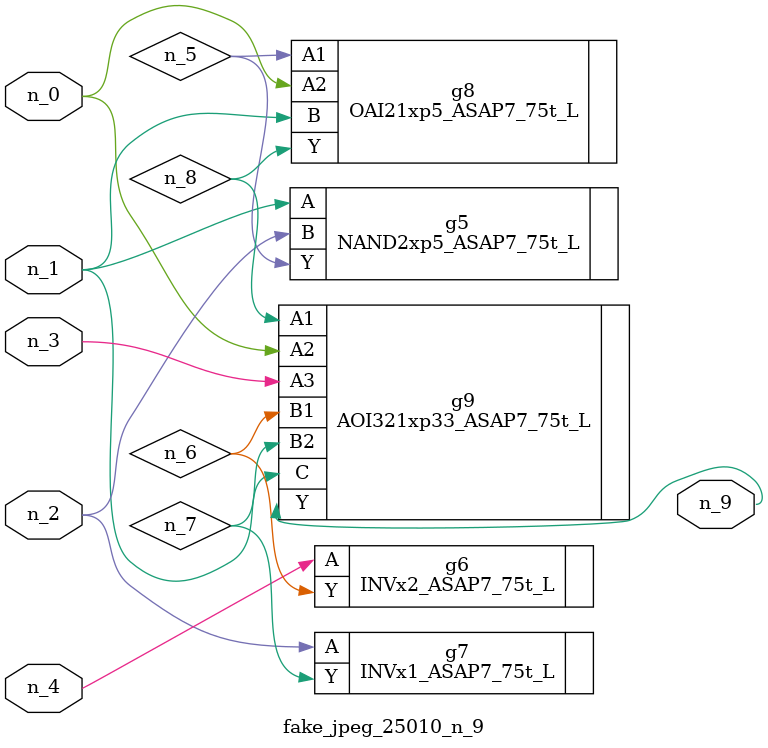
<source format=v>
module fake_jpeg_25010_n_9 (n_3, n_2, n_1, n_0, n_4, n_9);

input n_3;
input n_2;
input n_1;
input n_0;
input n_4;

output n_9;

wire n_8;
wire n_6;
wire n_5;
wire n_7;

NAND2xp5_ASAP7_75t_L g5 ( 
.A(n_1),
.B(n_2),
.Y(n_5)
);

INVx2_ASAP7_75t_L g6 ( 
.A(n_4),
.Y(n_6)
);

INVx1_ASAP7_75t_L g7 ( 
.A(n_2),
.Y(n_7)
);

OAI21xp5_ASAP7_75t_L g8 ( 
.A1(n_5),
.A2(n_0),
.B(n_1),
.Y(n_8)
);

AOI321xp33_ASAP7_75t_L g9 ( 
.A1(n_8),
.A2(n_0),
.A3(n_3),
.B1(n_6),
.B2(n_7),
.C(n_1),
.Y(n_9)
);


endmodule
</source>
